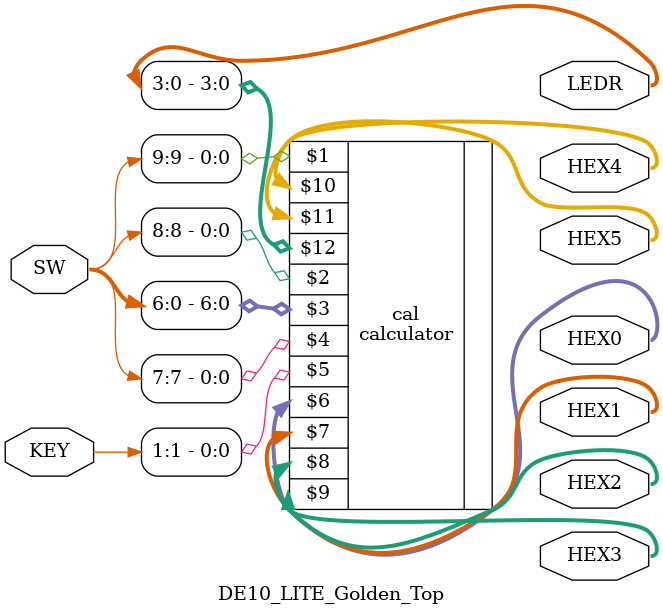
<source format=v>

module DE10_LITE_Golden_Top(

	//////////// SEG7 //////////
	output		     [7:0]		HEX0,
	output		     [7:0]		HEX1,
	output		     [7:0]		HEX2,
	output		     [7:0]		HEX3,
	output		     [7:0]		HEX4,
	output		     [7:0]		HEX5,

	//////////// KEY //////////
	input 		     [1:0]		KEY,

	//////////// LED //////////
	output		     [9:0]		LEDR,

	//////////// SW //////////
	input 		     [9:0]		SW	
);

calculator cal(SW[9],SW[8],SW[6:0],SW[7],KEY[1],HEX0,HEX1,HEX2,HEX3,HEX4,HEX5,LEDR[3:0]);

endmodule

</source>
